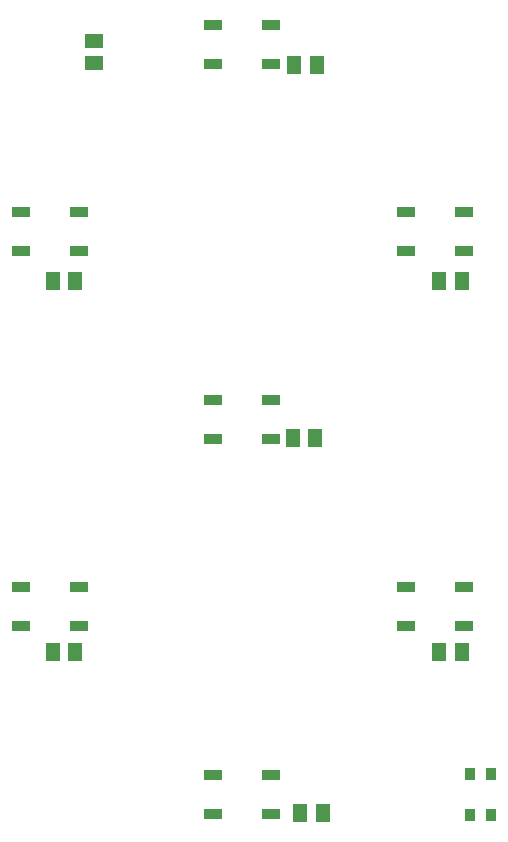
<source format=gtp>
G75*
%MOIN*%
%OFA0B0*%
%FSLAX25Y25*%
%IPPOS*%
%LPD*%
%AMOC8*
5,1,8,0,0,1.08239X$1,22.5*
%
%ADD10R,0.05906X0.03543*%
%ADD11R,0.05118X0.05906*%
%ADD12R,0.05906X0.05118*%
%ADD13R,0.03346X0.03937*%
D10*
X0030954Y0102604D03*
X0030954Y0115596D03*
X0050246Y0115596D03*
X0050246Y0102604D03*
X0095054Y0053096D03*
X0095054Y0040104D03*
X0114346Y0040104D03*
X0114346Y0053096D03*
X0159454Y0102604D03*
X0159454Y0115596D03*
X0178746Y0115596D03*
X0178746Y0102604D03*
X0114346Y0165104D03*
X0114346Y0178096D03*
X0095054Y0178096D03*
X0095054Y0165104D03*
X0050246Y0227604D03*
X0050246Y0240596D03*
X0030954Y0240596D03*
X0030954Y0227604D03*
X0095054Y0290104D03*
X0095054Y0303096D03*
X0114346Y0303096D03*
X0114346Y0290104D03*
X0159454Y0240596D03*
X0159454Y0227604D03*
X0178746Y0227604D03*
X0178746Y0240596D03*
D11*
X0041610Y0094100D03*
X0049090Y0094100D03*
X0121610Y0165350D03*
X0129090Y0165350D03*
X0170360Y0217850D03*
X0177840Y0217850D03*
X0129540Y0289750D03*
X0122060Y0289750D03*
X0049090Y0217850D03*
X0041610Y0217850D03*
X0124110Y0040350D03*
X0131590Y0040350D03*
X0170360Y0094100D03*
X0177840Y0094100D03*
D12*
X0055350Y0290360D03*
X0055350Y0297840D03*
D13*
X0180655Y0053490D03*
X0187545Y0053490D03*
X0187545Y0039710D03*
X0180655Y0039710D03*
M02*

</source>
